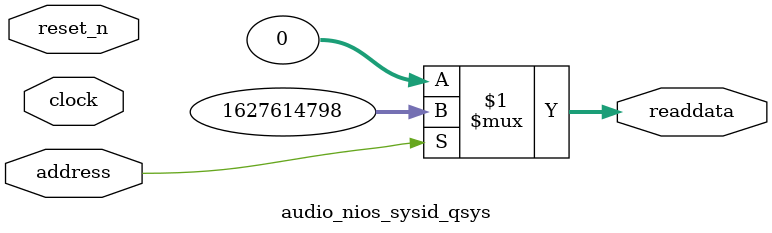
<source format=v>



// synthesis translate_off
`timescale 1ns / 1ps
// synthesis translate_on

// turn off superfluous verilog processor warnings 
// altera message_level Level1 
// altera message_off 10034 10035 10036 10037 10230 10240 10030 

module audio_nios_sysid_qsys (
               // inputs:
                address,
                clock,
                reset_n,

               // outputs:
                readdata
             )
;

  output  [ 31: 0] readdata;
  input            address;
  input            clock;
  input            reset_n;

  wire    [ 31: 0] readdata;
  //control_slave, which is an e_avalon_slave
  assign readdata = address ? 1627614798 : 0;

endmodule



</source>
